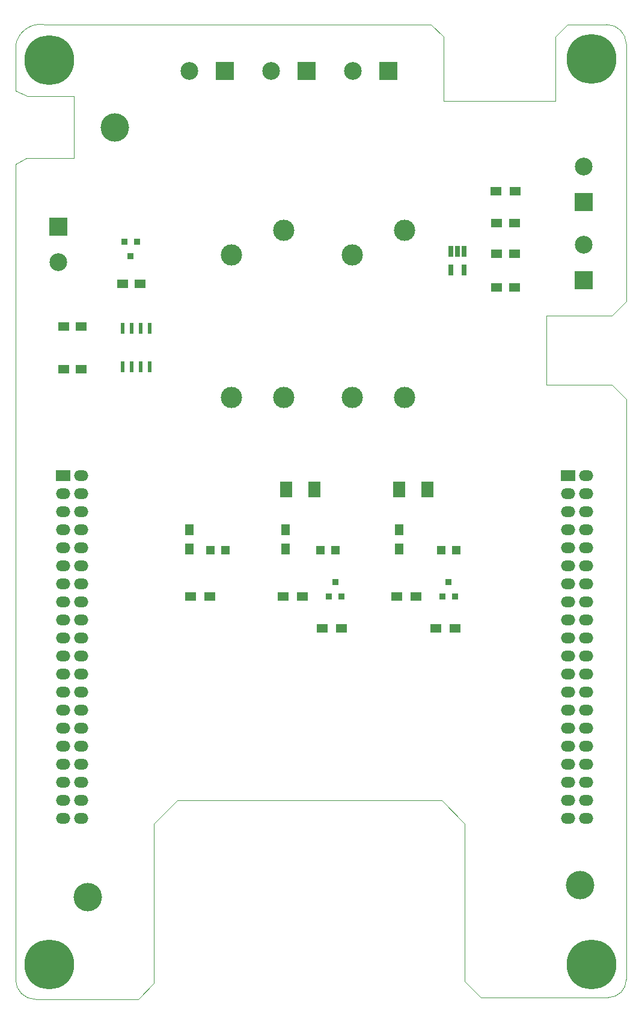
<source format=gbr>
G04 #@! TF.FileFunction,Soldermask,Top*
%FSLAX46Y46*%
G04 Gerber Fmt 4.6, Leading zero omitted, Abs format (unit mm)*
G04 Created by KiCad (PCBNEW 4.0.7-e1-6374~58~ubuntu16.04.1) date Wed Aug  9 14:42:09 2017*
%MOMM*%
%LPD*%
G01*
G04 APERTURE LIST*
%ADD10C,0.100000*%
%ADD11R,2.500000X2.500000*%
%ADD12C,2.500000*%
%ADD13R,2.000000X1.524000*%
%ADD14O,2.000000X1.524000*%
%ADD15C,7.000000*%
%ADD16C,2.999740*%
%ADD17R,1.800860X2.199640*%
%ADD18R,1.198880X1.198880*%
%ADD19C,4.000000*%
%ADD20R,0.600000X1.520000*%
%ADD21R,0.650000X1.560000*%
%ADD22R,0.914400X0.914400*%
%ADD23R,1.500000X1.250000*%
%ADD24R,1.500000X1.300000*%
%ADD25R,1.300000X1.500000*%
G04 APERTURE END LIST*
D10*
X86200000Y-51300000D02*
X86200000Y-42600000D01*
X78000000Y-52200000D02*
X79500000Y-51300000D01*
X79700000Y-42600000D02*
X78000000Y-41800000D01*
X164000000Y-35250000D02*
G75*
G03X161250000Y-32500000I-2750000J0D01*
G01*
X84000000Y-32500000D02*
X136500000Y-32500000D01*
X82000000Y-32500000D02*
X84000000Y-32500000D01*
X81999999Y-32500000D02*
G75*
G03X78000000Y-35500000I-499999J-3500000D01*
G01*
X78000000Y-41800000D02*
X78000000Y-35500000D01*
X79500000Y-51300000D02*
X86200000Y-51300000D01*
X78000000Y-167000000D02*
X78000000Y-52200000D01*
X78000000Y-167000000D02*
G75*
G03X80750000Y-169750000I2750000J0D01*
G01*
X97500000Y-167500000D02*
X95250000Y-169750000D01*
X161500000Y-169500000D02*
G75*
G03X164000000Y-167000000I0J2500000D01*
G01*
X138000000Y-141750000D02*
X100750000Y-141750000D01*
X141250000Y-145000000D02*
X138000000Y-141750000D01*
X141250000Y-167250000D02*
X141250000Y-145000000D01*
X95250000Y-169750000D02*
X80750000Y-169750000D01*
X97500000Y-145000000D02*
X97500000Y-167500000D01*
X100750000Y-141750000D02*
X97500000Y-145000000D01*
X143500000Y-169500000D02*
X141250000Y-167250000D01*
X161500000Y-169500000D02*
X143500000Y-169500000D01*
X164000000Y-85250000D02*
X164000000Y-167000000D01*
X162000000Y-83250000D02*
X164000000Y-85250000D01*
X152750000Y-83250000D02*
X162000000Y-83250000D01*
X152750000Y-73500000D02*
X152750000Y-83250000D01*
X162000000Y-73500000D02*
X152750000Y-73500000D01*
X164000000Y-71500000D02*
X162000000Y-73500000D01*
X164000000Y-35250000D02*
X164000000Y-71500000D01*
X155750000Y-32500000D02*
X161250000Y-32500000D01*
X155500000Y-32750000D02*
X155750000Y-32500000D01*
X154000000Y-34250000D02*
X155500000Y-32750000D01*
X154000000Y-35250000D02*
X154000000Y-34250000D01*
X154000000Y-43250000D02*
X154000000Y-35250000D01*
X138250000Y-43250000D02*
X154000000Y-43250000D01*
X138250000Y-34250000D02*
X138250000Y-43250000D01*
X136500000Y-32500000D02*
X138250000Y-34250000D01*
X86200000Y-42600000D02*
X79700000Y-42600000D01*
D11*
X158000000Y-57500000D03*
D12*
X158000000Y-52500000D03*
D13*
X155780000Y-96020000D03*
D14*
X158320000Y-96020000D03*
X155780000Y-108720000D03*
X158320000Y-98560000D03*
X155780000Y-111260000D03*
X158320000Y-101100000D03*
X155780000Y-113800000D03*
X158320000Y-103640000D03*
X155780000Y-116340000D03*
X158320000Y-106180000D03*
X155780000Y-118880000D03*
X158320000Y-108720000D03*
X155780000Y-121420000D03*
X158320000Y-111260000D03*
X155780000Y-123960000D03*
X158320000Y-113800000D03*
X155780000Y-126500000D03*
X158320000Y-116340000D03*
X155780000Y-129040000D03*
X158320000Y-118880000D03*
X155780000Y-131580000D03*
X158320000Y-121420000D03*
X155780000Y-134120000D03*
X158320000Y-123960000D03*
X158320000Y-126500000D03*
X155780000Y-136660000D03*
X158320000Y-129040000D03*
X158320000Y-134120000D03*
X158320000Y-136660000D03*
X158320000Y-139200000D03*
X158320000Y-141740000D03*
X155780000Y-139200000D03*
X155780000Y-141740000D03*
X155780000Y-98560000D03*
X155780000Y-101100000D03*
X155780000Y-103640000D03*
X155780000Y-106180000D03*
X155780000Y-144280000D03*
X158320000Y-144280000D03*
X158320000Y-131580000D03*
D13*
X84660000Y-96020000D03*
D14*
X87200000Y-96020000D03*
X84660000Y-98560000D03*
X87200000Y-98560000D03*
X84660000Y-101100000D03*
X87200000Y-101100000D03*
X84660000Y-103640000D03*
X87200000Y-103640000D03*
X84660000Y-106180000D03*
X87200000Y-106180000D03*
X84660000Y-108720000D03*
X87200000Y-108720000D03*
X84660000Y-111260000D03*
X87200000Y-111260000D03*
X84660000Y-113800000D03*
X87200000Y-113800000D03*
X84660000Y-116340000D03*
X87200000Y-116340000D03*
X84660000Y-118880000D03*
X87200000Y-118880000D03*
X84660000Y-121420000D03*
X87200000Y-121420000D03*
X84660000Y-123960000D03*
X87200000Y-123960000D03*
X84660000Y-126500000D03*
X87200000Y-126500000D03*
X84660000Y-129040000D03*
X87200000Y-129040000D03*
X84660000Y-131580000D03*
X87200000Y-131580000D03*
X84660000Y-134120000D03*
X87200000Y-134120000D03*
X84660000Y-136660000D03*
X87200000Y-136660000D03*
X84660000Y-139200000D03*
X87200000Y-139200000D03*
X84660000Y-141740000D03*
X87200000Y-141740000D03*
X84660000Y-144280000D03*
X87200000Y-144280000D03*
D15*
X82755000Y-164854000D03*
X159082000Y-164854000D03*
X82755000Y-37473000D03*
X159082000Y-37346000D03*
D16*
X125380000Y-85000000D03*
X132800000Y-85000000D03*
X125380000Y-64980000D03*
X132800000Y-61500000D03*
X108380000Y-85000000D03*
X115800000Y-85000000D03*
X108380000Y-64980000D03*
X115800000Y-61500000D03*
D17*
X120106600Y-98000000D03*
X116093400Y-98000000D03*
X136006600Y-98000000D03*
X131993400Y-98000000D03*
D18*
X123049020Y-106500000D03*
X120950980Y-106500000D03*
X140049020Y-106500000D03*
X137950980Y-106500000D03*
X107549020Y-106500000D03*
X105450980Y-106500000D03*
D19*
X92000000Y-47000000D03*
X157480000Y-153670000D03*
D11*
X84000000Y-61000000D03*
D12*
X84000000Y-66000000D03*
D11*
X158000000Y-68500000D03*
D12*
X158000000Y-63500000D03*
D11*
X107500000Y-39000000D03*
D12*
X102500000Y-39000000D03*
D11*
X119000000Y-39000000D03*
D12*
X114000000Y-39000000D03*
D11*
X130500000Y-39000000D03*
D12*
X125500000Y-39000000D03*
D20*
X96905000Y-75300000D03*
X95635000Y-75300000D03*
X94365000Y-75300000D03*
X93095000Y-75300000D03*
X93095000Y-80700000D03*
X94365000Y-80700000D03*
X95635000Y-80700000D03*
X96905000Y-80700000D03*
D21*
X141200000Y-64400000D03*
X140250000Y-64400000D03*
X139300000Y-64400000D03*
X139300000Y-67100000D03*
X141200000Y-67100000D03*
D22*
X123889000Y-113016000D03*
X122111000Y-113016000D03*
X123000000Y-110984000D03*
X139889000Y-113016000D03*
X138111000Y-113016000D03*
X139000000Y-110984000D03*
D23*
X148250000Y-60500000D03*
X145750000Y-60500000D03*
X93050000Y-69000000D03*
X95550000Y-69000000D03*
X84750000Y-75000000D03*
X87250000Y-75000000D03*
X148250000Y-64750000D03*
X145750000Y-64750000D03*
X84750000Y-81000000D03*
X87250000Y-81000000D03*
X148250000Y-69500000D03*
X145750000Y-69500000D03*
D19*
X88200000Y-155400000D03*
D24*
X145650000Y-56000000D03*
X148350000Y-56000000D03*
D25*
X116000000Y-106350000D03*
X116000000Y-103650000D03*
X132000000Y-106350000D03*
X132000000Y-103650000D03*
D24*
X118350000Y-113000000D03*
X115650000Y-113000000D03*
X134350000Y-113000000D03*
X131650000Y-113000000D03*
X139850000Y-117500000D03*
X137150000Y-117500000D03*
X123850000Y-117500000D03*
X121150000Y-117500000D03*
X105350000Y-113000000D03*
X102650000Y-113000000D03*
D25*
X102500000Y-103650000D03*
X102500000Y-106350000D03*
D22*
X93311000Y-63084000D03*
X95089000Y-63084000D03*
X94200000Y-65116000D03*
M02*

</source>
